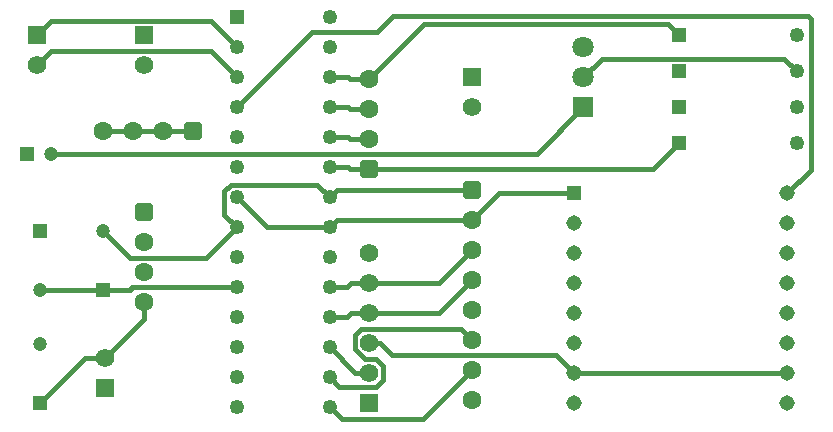
<source format=gbl>
G04*
G04 #@! TF.GenerationSoftware,Altium Limited,Altium Designer,25.2.1 (25)*
G04*
G04 Layer_Physical_Order=2*
G04 Layer_Color=16711680*
%FSLAX25Y25*%
%MOIN*%
G70*
G04*
G04 #@! TF.SameCoordinates,F9EB4FB7-7235-4222-B540-9B3DE50980C4*
G04*
G04*
G04 #@! TF.FilePolarity,Positive*
G04*
G01*
G75*
%ADD15R,0.04921X0.04921*%
%ADD16C,0.04921*%
%ADD19C,0.06181*%
%ADD20R,0.06181X0.06181*%
%ADD25C,0.04724*%
%ADD26R,0.04724X0.04724*%
%ADD27R,0.04724X0.04724*%
%ADD31C,0.01500*%
%ADD32C,0.06299*%
G04:AMPARAMS|DCode=33|XSize=62.99mil|YSize=62.99mil|CornerRadius=15.75mil|HoleSize=0mil|Usage=FLASHONLY|Rotation=270.000|XOffset=0mil|YOffset=0mil|HoleType=Round|Shape=RoundedRectangle|*
%AMROUNDEDRECTD33*
21,1,0.06299,0.03150,0,0,270.0*
21,1,0.03150,0.06299,0,0,270.0*
1,1,0.03150,-0.01575,-0.01575*
1,1,0.03150,-0.01575,0.01575*
1,1,0.03150,0.01575,0.01575*
1,1,0.03150,0.01575,-0.01575*
%
%ADD33ROUNDEDRECTD33*%
%ADD34C,0.05150*%
%ADD35R,0.05150X0.05150*%
%ADD36C,0.07087*%
%ADD37R,0.07087X0.07087*%
G04:AMPARAMS|DCode=38|XSize=62.99mil|YSize=62.99mil|CornerRadius=15.75mil|HoleSize=0mil|Usage=FLASHONLY|Rotation=180.000|XOffset=0mil|YOffset=0mil|HoleType=Round|Shape=RoundedRectangle|*
%AMROUNDEDRECTD38*
21,1,0.06299,0.03150,0,0,180.0*
21,1,0.03150,0.06299,0,0,180.0*
1,1,0.03150,-0.01575,0.01575*
1,1,0.03150,0.01575,0.01575*
1,1,0.03150,0.01575,-0.01575*
1,1,0.03150,-0.01575,-0.01575*
%
%ADD38ROUNDEDRECTD38*%
D15*
X228315Y96500D02*
D03*
X81000Y138500D02*
D03*
X228315Y108500D02*
D03*
Y120500D02*
D03*
X228500Y132500D02*
D03*
D16*
X267685Y96500D02*
D03*
X81000Y128500D02*
D03*
Y118500D02*
D03*
Y108500D02*
D03*
Y98500D02*
D03*
Y88500D02*
D03*
Y78500D02*
D03*
Y68500D02*
D03*
Y58500D02*
D03*
Y48500D02*
D03*
Y38500D02*
D03*
Y28500D02*
D03*
Y18500D02*
D03*
Y8500D02*
D03*
X112000D02*
D03*
Y18500D02*
D03*
Y28500D02*
D03*
Y38500D02*
D03*
Y48500D02*
D03*
Y58500D02*
D03*
Y68500D02*
D03*
Y78500D02*
D03*
Y88500D02*
D03*
Y98500D02*
D03*
Y108500D02*
D03*
Y118500D02*
D03*
Y128500D02*
D03*
Y138500D02*
D03*
X267685Y108500D02*
D03*
Y120500D02*
D03*
X267870Y132500D02*
D03*
D19*
X159500Y108500D02*
D03*
X37000Y25000D02*
D03*
X14500Y122500D02*
D03*
X125000Y60000D02*
D03*
Y50000D02*
D03*
Y40000D02*
D03*
Y30000D02*
D03*
Y20000D02*
D03*
X50000Y122500D02*
D03*
D20*
X159500Y118500D02*
D03*
X37000Y15000D02*
D03*
X14500Y132500D02*
D03*
X125000Y10000D02*
D03*
X50000Y132500D02*
D03*
D25*
X15500Y47657D02*
D03*
X18937Y93000D02*
D03*
X36500Y67343D02*
D03*
X15500Y29685D02*
D03*
D26*
Y67343D02*
D03*
X36500Y47657D02*
D03*
X15500Y10000D02*
D03*
D27*
X11063Y93000D02*
D03*
D31*
X112000Y88500D02*
X118200D01*
X118700Y88000D01*
X125000D01*
X219815D01*
X228315Y96500D01*
X81000Y108500D02*
X106000Y133500D01*
X127700D01*
X133200Y139000D01*
X271300D01*
X272300Y138000D01*
Y87800D02*
Y138000D01*
X264500Y80000D02*
X272300Y87800D01*
X112000Y18500D02*
X115200Y15300D01*
X127400D01*
X129700Y17600D01*
Y22400D01*
X127459Y24641D02*
X129700Y22400D01*
X123600Y24641D02*
X127459D01*
X120300Y27941D02*
X123600Y24641D01*
X120300Y27941D02*
Y32700D01*
X122300Y34700D01*
X155800D01*
X159500Y31000D01*
X112000Y8500D02*
X116000Y4500D01*
X143000D01*
X159500Y21000D01*
X15500Y10000D02*
X30500Y25000D01*
X37000D01*
X50000Y38000D01*
Y43500D01*
X36500Y67343D02*
X45443Y58400D01*
X70900D01*
X81000Y68500D01*
X76900Y72600D02*
X81000Y68500D01*
X76900Y72600D02*
Y80600D01*
X79100Y82800D01*
X107700D01*
X112000Y78500D01*
X114500Y81000D01*
X159500D01*
X125000Y30000D02*
X128881D01*
X132881Y26000D01*
X187500D01*
X193500Y20000D01*
X264500D01*
X263585Y124600D02*
X267685Y120500D01*
X202600Y124600D02*
X263585D01*
X196500Y118500D02*
X202600Y124600D01*
X112000Y98500D02*
X118200D01*
X118700Y98000D01*
X125000D01*
X112000Y38500D02*
X117700D01*
X119200Y40000D01*
X125000D01*
X148500D01*
X159500Y51000D01*
X120500Y20000D02*
X125000D01*
X112000Y28500D02*
X120500Y20000D01*
X15500Y47657D02*
X36500D01*
X45300D01*
X46143Y48500D01*
X81000D01*
X18937Y93000D02*
X181000D01*
X196500Y108500D01*
X112000D02*
X118200D01*
X118700Y108000D01*
X125000D01*
X14500Y132500D02*
X19200Y137200D01*
X72300D01*
X81000Y128500D01*
X112000Y48500D02*
X117700D01*
X119200Y50000D01*
X125000D01*
X148500D01*
X159500Y61000D01*
X112000Y118500D02*
X118200D01*
X118700Y118000D01*
X125000D01*
X143400Y136400D01*
X224600D01*
X228500Y132500D01*
X14500Y122500D02*
X19200Y127200D01*
X72300D01*
X81000Y118500D01*
X36500Y100500D02*
X46500D01*
X56500D01*
X66500D01*
X81000Y78500D02*
X91000Y68500D01*
X112000D01*
X114500Y71000D01*
X159500D01*
X168500Y80000D01*
X193500D01*
D32*
X159500Y31000D02*
D03*
Y51000D02*
D03*
Y71000D02*
D03*
Y61000D02*
D03*
Y41000D02*
D03*
Y21000D02*
D03*
Y11000D02*
D03*
X50000Y63500D02*
D03*
Y53500D02*
D03*
Y43500D02*
D03*
X56500Y100500D02*
D03*
X46500D02*
D03*
X36500D02*
D03*
X125000Y98000D02*
D03*
Y108000D02*
D03*
Y118000D02*
D03*
D33*
X159500Y81000D02*
D03*
X50000Y73500D02*
D03*
X125000Y88000D02*
D03*
D34*
X193500Y50000D02*
D03*
Y40000D02*
D03*
X264500Y50000D02*
D03*
Y40000D02*
D03*
X193500Y30000D02*
D03*
Y60000D02*
D03*
X264500D02*
D03*
Y30000D02*
D03*
X193500Y70000D02*
D03*
X264500D02*
D03*
X193500Y20000D02*
D03*
X264500D02*
D03*
Y80000D02*
D03*
X193500Y10000D02*
D03*
X264500D02*
D03*
D35*
X193500Y80000D02*
D03*
D36*
X196500Y128500D02*
D03*
Y118500D02*
D03*
D37*
Y108500D02*
D03*
D38*
X66500Y100500D02*
D03*
M02*

</source>
